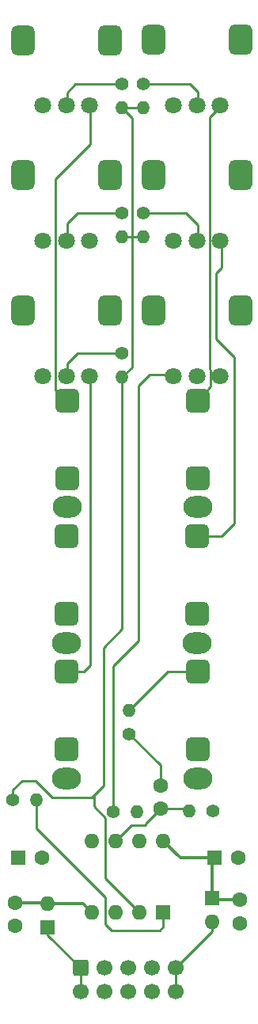
<source format=gtl>
%TF.GenerationSoftware,KiCad,Pcbnew,(7.0.0)*%
%TF.CreationDate,2023-02-19T10:58:50-05:00*%
%TF.ProjectId,ER-MIXER5-02,45522d4d-4958-4455-9235-2d30322e6b69,1*%
%TF.SameCoordinates,Original*%
%TF.FileFunction,Copper,L1,Top*%
%TF.FilePolarity,Positive*%
%FSLAX46Y46*%
G04 Gerber Fmt 4.6, Leading zero omitted, Abs format (unit mm)*
G04 Created by KiCad (PCBNEW (7.0.0)) date 2023-02-19 10:58:50*
%MOMM*%
%LPD*%
G01*
G04 APERTURE LIST*
G04 Aperture macros list*
%AMRoundRect*
0 Rectangle with rounded corners*
0 $1 Rounding radius*
0 $2 $3 $4 $5 $6 $7 $8 $9 X,Y pos of 4 corners*
0 Add a 4 corners polygon primitive as box body*
4,1,4,$2,$3,$4,$5,$6,$7,$8,$9,$2,$3,0*
0 Add four circle primitives for the rounded corners*
1,1,$1+$1,$2,$3*
1,1,$1+$1,$4,$5*
1,1,$1+$1,$6,$7*
1,1,$1+$1,$8,$9*
0 Add four rect primitives between the rounded corners*
20,1,$1+$1,$2,$3,$4,$5,0*
20,1,$1+$1,$4,$5,$6,$7,0*
20,1,$1+$1,$6,$7,$8,$9,0*
20,1,$1+$1,$8,$9,$2,$3,0*%
G04 Aperture macros list end*
%TA.AperFunction,WasherPad*%
%ADD10RoundRect,0.625000X0.625000X-0.975000X0.625000X0.975000X-0.625000X0.975000X-0.625000X-0.975000X0*%
%TD*%
%TA.AperFunction,WasherPad*%
%ADD11RoundRect,0.578704X0.671296X-1.021296X0.671296X1.021296X-0.671296X1.021296X-0.671296X-1.021296X0*%
%TD*%
%TA.AperFunction,ComponentPad*%
%ADD12C,1.800000*%
%TD*%
%TA.AperFunction,ComponentPad*%
%ADD13RoundRect,0.650000X-0.650000X-0.650000X0.650000X-0.650000X0.650000X0.650000X-0.650000X0.650000X0*%
%TD*%
%TA.AperFunction,ComponentPad*%
%ADD14O,3.100000X2.300000*%
%TD*%
%TA.AperFunction,ComponentPad*%
%ADD15C,1.400000*%
%TD*%
%TA.AperFunction,ComponentPad*%
%ADD16O,1.400000X1.400000*%
%TD*%
%TA.AperFunction,ComponentPad*%
%ADD17R,1.600000X1.600000*%
%TD*%
%TA.AperFunction,ComponentPad*%
%ADD18O,1.600000X1.600000*%
%TD*%
%TA.AperFunction,ComponentPad*%
%ADD19C,1.600000*%
%TD*%
%TA.AperFunction,ComponentPad*%
%ADD20RoundRect,0.250000X-0.600000X0.600000X-0.600000X-0.600000X0.600000X-0.600000X0.600000X0.600000X0*%
%TD*%
%TA.AperFunction,ComponentPad*%
%ADD21C,1.700000*%
%TD*%
%TA.AperFunction,Conductor*%
%ADD22C,0.250000*%
%TD*%
%TA.AperFunction,Conductor*%
%ADD23C,0.304800*%
%TD*%
G04 APERTURE END LIST*
D10*
%TO.P,RV5,*%
%TO.N,*%
X17850000Y-29500000D03*
D11*
X27150000Y-29500000D03*
D12*
%TO.P,RV5,1,1*%
%TO.N,/VI_4*%
X25000000Y-36500000D03*
%TO.P,RV5,2,2*%
%TO.N,/POTWIPER_4*%
X22500000Y-36500000D03*
%TO.P,RV5,3,3*%
%TO.N,GND*%
X20000000Y-36500000D03*
%TD*%
D10*
%TO.P,RV1,*%
%TO.N,*%
X17850000Y-44000000D03*
D11*
X27150000Y-44000000D03*
D12*
%TO.P,RV1,1,1*%
%TO.N,unconnected-(RV1-Pad1)*%
X25000000Y-51000000D03*
%TO.P,RV1,2,2*%
%TO.N,/VOL2*%
X22500000Y-51000000D03*
%TO.P,RV1,3,3*%
%TO.N,/VOL1*%
X20000000Y-51000000D03*
%TD*%
D10*
%TO.P,RV3,*%
%TO.N,*%
X17850000Y-15000000D03*
D11*
X27150000Y-15000000D03*
D12*
%TO.P,RV3,1,1*%
%TO.N,/VI_2*%
X25000000Y-22000000D03*
%TO.P,RV3,2,2*%
%TO.N,/POTWIPER_2*%
X22500000Y-22000000D03*
%TO.P,RV3,3,3*%
%TO.N,GND*%
X20000000Y-22000000D03*
%TD*%
D10*
%TO.P,RV6,*%
%TO.N,*%
X3850000Y-44000000D03*
D11*
X13150000Y-44000000D03*
D12*
%TO.P,RV6,1,1*%
%TO.N,/VI_5*%
X11000000Y-51000000D03*
%TO.P,RV6,2,2*%
%TO.N,/POTWIPER_5*%
X8500000Y-51000000D03*
%TO.P,RV6,3,3*%
%TO.N,GND*%
X6000000Y-51000000D03*
%TD*%
D10*
%TO.P,RV2,*%
%TO.N,*%
X3850000Y-15050000D03*
D11*
X13150000Y-15050000D03*
D12*
%TO.P,RV2,1,1*%
%TO.N,/VI_1*%
X11000000Y-22050000D03*
%TO.P,RV2,2,2*%
%TO.N,/POTWIPER_1*%
X8500000Y-22050000D03*
%TO.P,RV2,3,3*%
%TO.N,GND*%
X6000000Y-22050000D03*
%TD*%
D10*
%TO.P,RV4,*%
%TO.N,*%
X3850000Y-29500000D03*
D11*
X13150000Y-29500000D03*
D12*
%TO.P,RV4,1,1*%
%TO.N,/VI_3*%
X11000000Y-36500000D03*
%TO.P,RV4,2,2*%
%TO.N,/POTWIPER_3*%
X8500000Y-36500000D03*
%TO.P,RV4,3,3*%
%TO.N,GND*%
X6000000Y-36500000D03*
%TD*%
D13*
%TO.P,J6,T*%
%TO.N,/VI_5*%
X8550000Y-82580000D03*
D14*
%TO.P,J6,S*%
%TO.N,GND*%
X8549999Y-93979999D03*
D13*
%TO.P,J6,TN*%
X8550000Y-90880000D03*
%TD*%
%TO.P,J5,T*%
%TO.N,/VI_4*%
X22500000Y-68080000D03*
D14*
%TO.P,J5,S*%
%TO.N,GND*%
X22499999Y-79479999D03*
D13*
%TO.P,J5,TN*%
X22500000Y-76380000D03*
%TD*%
%TO.P,J4,T*%
%TO.N,/VI_3*%
X8500000Y-68080000D03*
D14*
%TO.P,J4,S*%
%TO.N,GND*%
X8499999Y-79479999D03*
D13*
%TO.P,J4,TN*%
X8500000Y-76380000D03*
%TD*%
%TO.P,J3,T*%
%TO.N,/VI_2*%
X22606000Y-53580000D03*
D14*
%TO.P,J3,S*%
%TO.N,GND*%
X22605999Y-64979999D03*
D13*
%TO.P,J3,TN*%
X22606000Y-61880000D03*
%TD*%
%TO.P,J1,T*%
%TO.N,/OUT*%
X22600000Y-82580000D03*
D14*
%TO.P,J1,S*%
%TO.N,GND*%
X22599999Y-93979999D03*
D13*
%TO.P,J1,TN*%
%TO.N,unconnected-(J1-PadTN)*%
X22600000Y-90880000D03*
%TD*%
%TO.P,J2,T*%
%TO.N,/VI_1*%
X8636000Y-53580000D03*
D14*
%TO.P,J2,S*%
%TO.N,GND*%
X8635999Y-64979999D03*
D13*
%TO.P,J2,TN*%
X8636000Y-61880000D03*
%TD*%
D15*
%TO.P,R4,1*%
%TO.N,/POTWIPER_4*%
X16750000Y-33530000D03*
D16*
%TO.P,R4,2*%
%TO.N,/VSUM*%
X16749999Y-36069999D03*
%TD*%
D17*
%TO.P,D2,1,K*%
%TO.N,Net-(D2-K)*%
X6499999Y-109883685D03*
D18*
%TO.P,D2,2,A*%
%TO.N,-12V*%
X6499999Y-107343685D03*
%TD*%
D15*
%TO.P,R10,1*%
%TO.N,/VO*%
X15250000Y-89220000D03*
D16*
%TO.P,R10,2*%
%TO.N,/OUT*%
X15249999Y-86679999D03*
%TD*%
D17*
%TO.P,C3,1*%
%TO.N,+12V*%
X24383999Y-102499999D03*
D19*
%TO.P,C3,2*%
%TO.N,GND*%
X26884000Y-102500000D03*
%TD*%
D15*
%TO.P,R7,1*%
%TO.N,/VSUM*%
X2780000Y-96250000D03*
D16*
%TO.P,R7,2*%
%TO.N,Net-(R7-Pad2)*%
X5319999Y-96249999D03*
%TD*%
D19*
%TO.P,C1,1*%
%TO.N,+12V*%
X27100000Y-106954000D03*
%TO.P,C1,2*%
%TO.N,GND*%
X27100000Y-109454000D03*
%TD*%
D15*
%TO.P,R5,1*%
%TO.N,/POTWIPER_5*%
X14500000Y-48530000D03*
D16*
%TO.P,R5,2*%
%TO.N,/VSUM*%
X14499999Y-51069999D03*
%TD*%
D17*
%TO.P,D1,1,K*%
%TO.N,+12V*%
X24129999Y-106778314D03*
D18*
%TO.P,D1,2,A*%
%TO.N,Net-(D1-A)*%
X24129999Y-109318314D03*
%TD*%
D19*
%TO.P,C2,1*%
%TO.N,GND*%
X3000000Y-109750000D03*
%TO.P,C2,2*%
%TO.N,-12V*%
X3000000Y-107250000D03*
%TD*%
D15*
%TO.P,R8,1*%
%TO.N,Net-(R7-Pad2)*%
X24220000Y-97500000D03*
D16*
%TO.P,R8,2*%
%TO.N,/VOL2*%
X21679999Y-97499999D03*
%TD*%
D15*
%TO.P,R3,1*%
%TO.N,/POTWIPER_3*%
X14500000Y-33530000D03*
D16*
%TO.P,R3,2*%
%TO.N,/VSUM*%
X14499999Y-36069999D03*
%TD*%
D15*
%TO.P,R9,1*%
%TO.N,/VOL1*%
X13512000Y-97536000D03*
D16*
%TO.P,R9,2*%
%TO.N,/VO*%
X16051999Y-97535999D03*
%TD*%
D15*
%TO.P,R1,1*%
%TO.N,/POTWIPER_1*%
X14500000Y-19780000D03*
D16*
%TO.P,R1,2*%
%TO.N,/VSUM*%
X14499999Y-22319999D03*
%TD*%
D15*
%TO.P,R2,1*%
%TO.N,/POTWIPER_2*%
X16750000Y-19780000D03*
D16*
%TO.P,R2,2*%
%TO.N,/VSUM*%
X16749999Y-22319999D03*
%TD*%
D19*
%TO.P,C5,1*%
%TO.N,/VO*%
X18600001Y-94750001D03*
%TO.P,C5,2*%
%TO.N,/VOL2*%
X18600001Y-97250001D03*
%TD*%
D17*
%TO.P,C4,1*%
%TO.N,GND*%
X3394887Y-102499999D03*
D19*
%TO.P,C4,2*%
%TO.N,-12V*%
X5894888Y-102500000D03*
%TD*%
D20*
%TO.P,J8,1,Pin_1*%
%TO.N,Net-(D2-K)*%
X10020000Y-114247500D03*
D21*
%TO.P,J8,2,Pin_2*%
X10020000Y-116787500D03*
%TO.P,J8,3,Pin_3*%
%TO.N,GND*%
X12560000Y-114247500D03*
%TO.P,J8,4,Pin_4*%
X12560000Y-116787500D03*
%TO.P,J8,5,Pin_5*%
X15100000Y-114247500D03*
%TO.P,J8,6,Pin_6*%
X15100000Y-116787500D03*
%TO.P,J8,7,Pin_7*%
X17640000Y-114247500D03*
%TO.P,J8,8,Pin_8*%
X17640000Y-116787500D03*
%TO.P,J8,9,Pin_9*%
%TO.N,Net-(D1-A)*%
X20180000Y-114247500D03*
%TO.P,J8,10,Pin_10*%
X20180000Y-116787500D03*
%TD*%
D17*
%TO.P,U1,1*%
%TO.N,Net-(R7-Pad2)*%
X18899999Y-108300011D03*
D18*
%TO.P,U1,2,-*%
%TO.N,/VSUM*%
X16359999Y-108300011D03*
%TO.P,U1,3,+*%
%TO.N,GND*%
X13819999Y-108300011D03*
%TO.P,U1,4,V-*%
%TO.N,-12V*%
X11279999Y-108300011D03*
%TO.P,U1,5,+*%
%TO.N,GND*%
X11279999Y-100680011D03*
%TO.P,U1,6,-*%
%TO.N,/VOL2*%
X13819999Y-100680011D03*
%TO.P,U1,7*%
%TO.N,/VO*%
X16359999Y-100680011D03*
%TO.P,U1,8,V+*%
%TO.N,+12V*%
X18899999Y-100680011D03*
%TD*%
D22*
%TO.N,/VI_4*%
X25170000Y-68080000D02*
X22500000Y-68080000D01*
X26475000Y-66775000D02*
X25170000Y-68080000D01*
X26475000Y-48975000D02*
X26475000Y-66775000D01*
X24500000Y-47000000D02*
X26475000Y-48975000D01*
X25100000Y-39400000D02*
X24500000Y-40000000D01*
X24500000Y-40000000D02*
X24500000Y-47000000D01*
X25100000Y-36550000D02*
X25100000Y-39400000D01*
%TO.N,/VOL1*%
X17450000Y-50800000D02*
X20250000Y-50800000D01*
X16250000Y-79250000D02*
X16250000Y-52000000D01*
X13512000Y-81988000D02*
X16250000Y-79250000D01*
X13512000Y-97536000D02*
X13512000Y-81988000D01*
X16250000Y-52000000D02*
X17450000Y-50800000D01*
%TO.N,Net-(R7-Pad2)*%
X13390000Y-110250000D02*
X12695000Y-109555000D01*
X12695000Y-109555000D02*
X12695000Y-106695000D01*
X12695000Y-106695000D02*
X5320000Y-99320000D01*
X18500000Y-110250000D02*
X13390000Y-110250000D01*
X5320000Y-99320000D02*
X5320000Y-96250000D01*
X18900000Y-109850000D02*
X18500000Y-110250000D01*
X18900000Y-108300012D02*
X18900000Y-109850000D01*
%TO.N,/VSUM*%
X11500000Y-97000000D02*
X11500000Y-95750000D01*
X12695000Y-98195000D02*
X11500000Y-97000000D01*
X12695000Y-104635012D02*
X12695000Y-98195000D01*
X16360000Y-108300012D02*
X12695000Y-104635012D01*
X11500000Y-95750000D02*
X11250000Y-96000000D01*
X12500000Y-94750000D02*
X11500000Y-95750000D01*
%TO.N,/VI_5*%
X10420000Y-82580000D02*
X8550000Y-82580000D01*
X11100000Y-81900000D02*
X10420000Y-82580000D01*
X11100000Y-51000000D02*
X11100000Y-81900000D01*
%TO.N,/VI_1*%
X7375000Y-29875000D02*
X7375000Y-52535000D01*
X7375000Y-52535000D02*
X8500000Y-53660000D01*
X11100000Y-26150000D02*
X7375000Y-29875000D01*
X11100000Y-22050000D02*
X11100000Y-26150000D01*
%TO.N,/VI_2*%
X23875000Y-50192588D02*
X23975000Y-50292588D01*
X23975000Y-50292588D02*
X23975000Y-52105000D01*
X23975000Y-52105000D02*
X22500000Y-53580000D01*
X23875000Y-23275000D02*
X23875000Y-50192588D01*
X25100000Y-22050000D02*
X23875000Y-23275000D01*
%TO.N,/OUT*%
X22600000Y-82580000D02*
X19350000Y-82580000D01*
X19350000Y-82580000D02*
X15250000Y-86680000D01*
%TO.N,/VO*%
X18600001Y-92570001D02*
X15250000Y-89220000D01*
X18600001Y-94750001D02*
X18600001Y-92570001D01*
%TO.N,/VOL2*%
X21430001Y-97250001D02*
X21680000Y-97500000D01*
X18600001Y-97250001D02*
X21430001Y-97250001D01*
%TO.N,/VSUM*%
X2780000Y-95220000D02*
X2780000Y-96250000D01*
X3750000Y-94250000D02*
X2780000Y-95220000D01*
X5250000Y-94250000D02*
X3750000Y-94250000D01*
X7000000Y-96000000D02*
X5250000Y-94250000D01*
X11250000Y-96000000D02*
X7000000Y-96000000D01*
X12500000Y-80000000D02*
X12500000Y-94750000D01*
X14500000Y-78000000D02*
X12500000Y-80000000D01*
X14500000Y-51070000D02*
X14500000Y-78000000D01*
X15525000Y-50045000D02*
X14500000Y-51070000D01*
X15525000Y-35975000D02*
X15525000Y-50045000D01*
X14500000Y-36070000D02*
X16750000Y-36070000D01*
X15525000Y-35975000D02*
X15620000Y-36070000D01*
X15525000Y-23345000D02*
X15525000Y-35975000D01*
X14500000Y-22320000D02*
X15525000Y-23345000D01*
X15620000Y-36070000D02*
X16750000Y-36070000D01*
X14500000Y-22320000D02*
X16750000Y-22320000D01*
%TO.N,/POTWIPER_2*%
X22600000Y-20600000D02*
X22600000Y-22050000D01*
X21780000Y-19780000D02*
X22600000Y-20600000D01*
X16750000Y-19780000D02*
X21780000Y-19780000D01*
%TO.N,/POTWIPER_1*%
X8600000Y-20650000D02*
X8600000Y-22050000D01*
X9470000Y-19780000D02*
X8600000Y-20650000D01*
X14500000Y-19780000D02*
X9470000Y-19780000D01*
%TO.N,/POTWIPER_4*%
X21280000Y-33530000D02*
X22600000Y-34850000D01*
X22600000Y-34850000D02*
X22600000Y-36550000D01*
X16750000Y-33530000D02*
X21280000Y-33530000D01*
%TO.N,/POTWIPER_3*%
X8600000Y-34650000D02*
X8600000Y-36550000D01*
X9720000Y-33530000D02*
X8600000Y-34650000D01*
X14500000Y-33530000D02*
X9720000Y-33530000D01*
%TO.N,/POTWIPER_5*%
X9720000Y-48530000D02*
X8600000Y-49650000D01*
X8600000Y-49650000D02*
X8600000Y-51000000D01*
X14500000Y-48530000D02*
X9720000Y-48530000D01*
D23*
%TO.N,+12V*%
X27100000Y-106954000D02*
X24305685Y-106954000D01*
X20719988Y-102500000D02*
X18900000Y-100680012D01*
X24384000Y-102500000D02*
X20719988Y-102500000D01*
X24130000Y-106778315D02*
X24130000Y-102754000D01*
%TO.N,-12V*%
X10323674Y-107343686D02*
X11280000Y-108300012D01*
X6500000Y-107343686D02*
X10323674Y-107343686D01*
X3000000Y-107250000D02*
X6406314Y-107250000D01*
D22*
%TO.N,/VOL2*%
X17000000Y-99000000D02*
X17000000Y-98850000D01*
X15500000Y-99000000D02*
X17000000Y-99000000D01*
X17000000Y-98850000D02*
X18600000Y-97250000D01*
X13820000Y-100680000D02*
X15500000Y-99000000D01*
%TO.N,Net-(D1-A)*%
X24130000Y-110297500D02*
X24130000Y-109318315D01*
X20180000Y-116787500D02*
X20180000Y-114247500D01*
X20180000Y-114247500D02*
X24130000Y-110297500D01*
%TO.N,Net-(D2-K)*%
X10020000Y-114247500D02*
X6500000Y-110727500D01*
X6500000Y-110727500D02*
X6500000Y-109883686D01*
X10020000Y-114247500D02*
X10020000Y-116787500D01*
%TD*%
M02*

</source>
